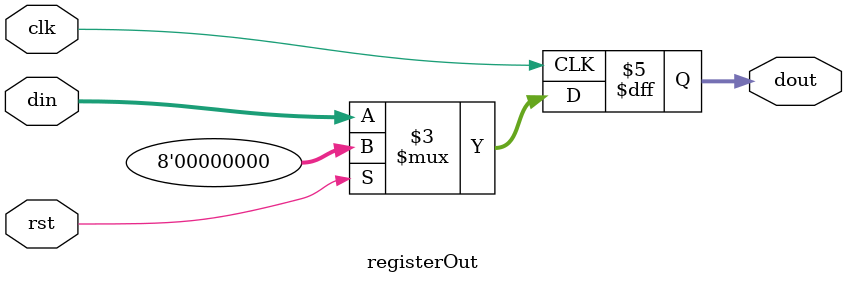
<source format=sv>
module registerOut #(parameter n = 8) (input logic rst, clk, input logic [n-1:0] din, output logic [n-1:0] dout);

always @(negedge clk)
		if (rst)
			dout=0;
		else
			dout<=din;

endmodule 
</source>
